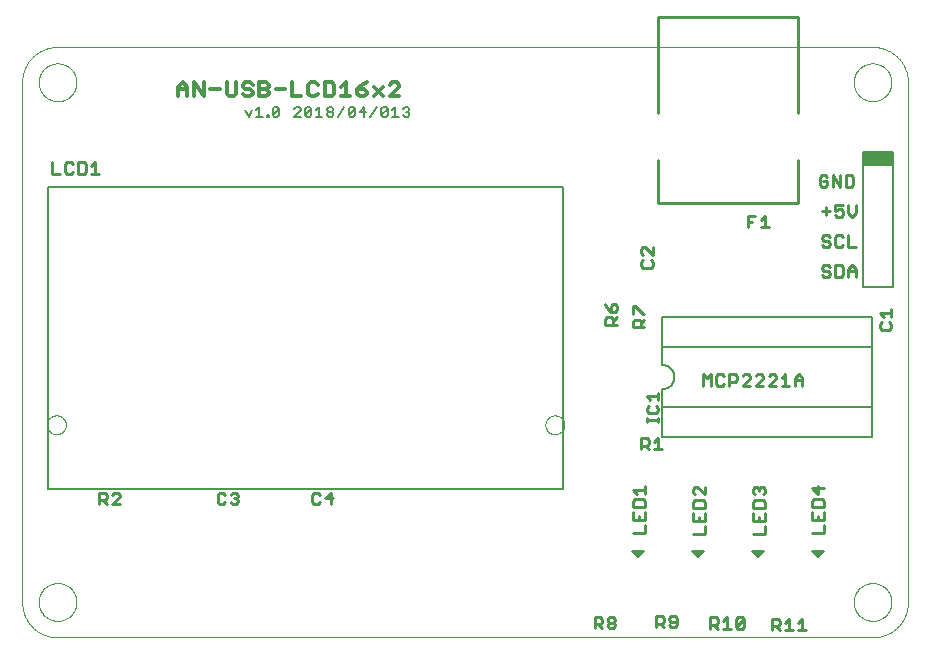
<source format=gto>
G75*
%MOIN*%
%OFA0B0*%
%FSLAX25Y25*%
%IPPOS*%
%LPD*%
%AMOC8*
5,1,8,0,0,1.08239X$1,22.5*
%
%ADD10C,0.00000*%
%ADD11C,0.00900*%
%ADD12C,0.01200*%
%ADD13C,0.00800*%
%ADD14C,0.00600*%
%ADD15C,0.01000*%
%ADD16C,0.00500*%
%ADD17C,0.00787*%
%ADD18R,0.10000X0.05000*%
D10*
X0017535Y0005724D02*
X0289189Y0005724D01*
X0282890Y0017535D02*
X0282892Y0017693D01*
X0282898Y0017851D01*
X0282908Y0018009D01*
X0282922Y0018167D01*
X0282940Y0018324D01*
X0282961Y0018481D01*
X0282987Y0018637D01*
X0283017Y0018793D01*
X0283050Y0018948D01*
X0283088Y0019101D01*
X0283129Y0019254D01*
X0283174Y0019406D01*
X0283223Y0019557D01*
X0283276Y0019706D01*
X0283332Y0019854D01*
X0283392Y0020000D01*
X0283456Y0020145D01*
X0283524Y0020288D01*
X0283595Y0020430D01*
X0283669Y0020570D01*
X0283747Y0020707D01*
X0283829Y0020843D01*
X0283913Y0020977D01*
X0284002Y0021108D01*
X0284093Y0021237D01*
X0284188Y0021364D01*
X0284285Y0021489D01*
X0284386Y0021611D01*
X0284490Y0021730D01*
X0284597Y0021847D01*
X0284707Y0021961D01*
X0284820Y0022072D01*
X0284935Y0022181D01*
X0285053Y0022286D01*
X0285174Y0022388D01*
X0285297Y0022488D01*
X0285423Y0022584D01*
X0285551Y0022677D01*
X0285681Y0022767D01*
X0285814Y0022853D01*
X0285949Y0022937D01*
X0286085Y0023016D01*
X0286224Y0023093D01*
X0286365Y0023165D01*
X0286507Y0023235D01*
X0286651Y0023300D01*
X0286797Y0023362D01*
X0286944Y0023420D01*
X0287093Y0023475D01*
X0287243Y0023526D01*
X0287394Y0023573D01*
X0287546Y0023616D01*
X0287699Y0023655D01*
X0287854Y0023691D01*
X0288009Y0023722D01*
X0288165Y0023750D01*
X0288321Y0023774D01*
X0288478Y0023794D01*
X0288636Y0023810D01*
X0288793Y0023822D01*
X0288952Y0023830D01*
X0289110Y0023834D01*
X0289268Y0023834D01*
X0289426Y0023830D01*
X0289585Y0023822D01*
X0289742Y0023810D01*
X0289900Y0023794D01*
X0290057Y0023774D01*
X0290213Y0023750D01*
X0290369Y0023722D01*
X0290524Y0023691D01*
X0290679Y0023655D01*
X0290832Y0023616D01*
X0290984Y0023573D01*
X0291135Y0023526D01*
X0291285Y0023475D01*
X0291434Y0023420D01*
X0291581Y0023362D01*
X0291727Y0023300D01*
X0291871Y0023235D01*
X0292013Y0023165D01*
X0292154Y0023093D01*
X0292293Y0023016D01*
X0292429Y0022937D01*
X0292564Y0022853D01*
X0292697Y0022767D01*
X0292827Y0022677D01*
X0292955Y0022584D01*
X0293081Y0022488D01*
X0293204Y0022388D01*
X0293325Y0022286D01*
X0293443Y0022181D01*
X0293558Y0022072D01*
X0293671Y0021961D01*
X0293781Y0021847D01*
X0293888Y0021730D01*
X0293992Y0021611D01*
X0294093Y0021489D01*
X0294190Y0021364D01*
X0294285Y0021237D01*
X0294376Y0021108D01*
X0294465Y0020977D01*
X0294549Y0020843D01*
X0294631Y0020707D01*
X0294709Y0020570D01*
X0294783Y0020430D01*
X0294854Y0020288D01*
X0294922Y0020145D01*
X0294986Y0020000D01*
X0295046Y0019854D01*
X0295102Y0019706D01*
X0295155Y0019557D01*
X0295204Y0019406D01*
X0295249Y0019254D01*
X0295290Y0019101D01*
X0295328Y0018948D01*
X0295361Y0018793D01*
X0295391Y0018637D01*
X0295417Y0018481D01*
X0295438Y0018324D01*
X0295456Y0018167D01*
X0295470Y0018009D01*
X0295480Y0017851D01*
X0295486Y0017693D01*
X0295488Y0017535D01*
X0295486Y0017377D01*
X0295480Y0017219D01*
X0295470Y0017061D01*
X0295456Y0016903D01*
X0295438Y0016746D01*
X0295417Y0016589D01*
X0295391Y0016433D01*
X0295361Y0016277D01*
X0295328Y0016122D01*
X0295290Y0015969D01*
X0295249Y0015816D01*
X0295204Y0015664D01*
X0295155Y0015513D01*
X0295102Y0015364D01*
X0295046Y0015216D01*
X0294986Y0015070D01*
X0294922Y0014925D01*
X0294854Y0014782D01*
X0294783Y0014640D01*
X0294709Y0014500D01*
X0294631Y0014363D01*
X0294549Y0014227D01*
X0294465Y0014093D01*
X0294376Y0013962D01*
X0294285Y0013833D01*
X0294190Y0013706D01*
X0294093Y0013581D01*
X0293992Y0013459D01*
X0293888Y0013340D01*
X0293781Y0013223D01*
X0293671Y0013109D01*
X0293558Y0012998D01*
X0293443Y0012889D01*
X0293325Y0012784D01*
X0293204Y0012682D01*
X0293081Y0012582D01*
X0292955Y0012486D01*
X0292827Y0012393D01*
X0292697Y0012303D01*
X0292564Y0012217D01*
X0292429Y0012133D01*
X0292293Y0012054D01*
X0292154Y0011977D01*
X0292013Y0011905D01*
X0291871Y0011835D01*
X0291727Y0011770D01*
X0291581Y0011708D01*
X0291434Y0011650D01*
X0291285Y0011595D01*
X0291135Y0011544D01*
X0290984Y0011497D01*
X0290832Y0011454D01*
X0290679Y0011415D01*
X0290524Y0011379D01*
X0290369Y0011348D01*
X0290213Y0011320D01*
X0290057Y0011296D01*
X0289900Y0011276D01*
X0289742Y0011260D01*
X0289585Y0011248D01*
X0289426Y0011240D01*
X0289268Y0011236D01*
X0289110Y0011236D01*
X0288952Y0011240D01*
X0288793Y0011248D01*
X0288636Y0011260D01*
X0288478Y0011276D01*
X0288321Y0011296D01*
X0288165Y0011320D01*
X0288009Y0011348D01*
X0287854Y0011379D01*
X0287699Y0011415D01*
X0287546Y0011454D01*
X0287394Y0011497D01*
X0287243Y0011544D01*
X0287093Y0011595D01*
X0286944Y0011650D01*
X0286797Y0011708D01*
X0286651Y0011770D01*
X0286507Y0011835D01*
X0286365Y0011905D01*
X0286224Y0011977D01*
X0286085Y0012054D01*
X0285949Y0012133D01*
X0285814Y0012217D01*
X0285681Y0012303D01*
X0285551Y0012393D01*
X0285423Y0012486D01*
X0285297Y0012582D01*
X0285174Y0012682D01*
X0285053Y0012784D01*
X0284935Y0012889D01*
X0284820Y0012998D01*
X0284707Y0013109D01*
X0284597Y0013223D01*
X0284490Y0013340D01*
X0284386Y0013459D01*
X0284285Y0013581D01*
X0284188Y0013706D01*
X0284093Y0013833D01*
X0284002Y0013962D01*
X0283913Y0014093D01*
X0283829Y0014227D01*
X0283747Y0014363D01*
X0283669Y0014500D01*
X0283595Y0014640D01*
X0283524Y0014782D01*
X0283456Y0014925D01*
X0283392Y0015070D01*
X0283332Y0015216D01*
X0283276Y0015364D01*
X0283223Y0015513D01*
X0283174Y0015664D01*
X0283129Y0015816D01*
X0283088Y0015969D01*
X0283050Y0016122D01*
X0283017Y0016277D01*
X0282987Y0016433D01*
X0282961Y0016589D01*
X0282940Y0016746D01*
X0282922Y0016903D01*
X0282908Y0017061D01*
X0282898Y0017219D01*
X0282892Y0017377D01*
X0282890Y0017535D01*
X0289189Y0005724D02*
X0289474Y0005727D01*
X0289760Y0005738D01*
X0290045Y0005755D01*
X0290329Y0005779D01*
X0290613Y0005810D01*
X0290896Y0005848D01*
X0291177Y0005893D01*
X0291458Y0005944D01*
X0291738Y0006002D01*
X0292016Y0006067D01*
X0292292Y0006139D01*
X0292566Y0006217D01*
X0292839Y0006302D01*
X0293109Y0006394D01*
X0293377Y0006492D01*
X0293643Y0006596D01*
X0293906Y0006707D01*
X0294166Y0006824D01*
X0294424Y0006947D01*
X0294678Y0007077D01*
X0294929Y0007213D01*
X0295177Y0007354D01*
X0295421Y0007502D01*
X0295662Y0007655D01*
X0295898Y0007815D01*
X0296131Y0007980D01*
X0296360Y0008150D01*
X0296585Y0008326D01*
X0296805Y0008508D01*
X0297021Y0008694D01*
X0297232Y0008886D01*
X0297439Y0009083D01*
X0297641Y0009285D01*
X0297838Y0009492D01*
X0298030Y0009703D01*
X0298216Y0009919D01*
X0298398Y0010139D01*
X0298574Y0010364D01*
X0298744Y0010593D01*
X0298909Y0010826D01*
X0299069Y0011062D01*
X0299222Y0011303D01*
X0299370Y0011547D01*
X0299511Y0011795D01*
X0299647Y0012046D01*
X0299777Y0012300D01*
X0299900Y0012558D01*
X0300017Y0012818D01*
X0300128Y0013081D01*
X0300232Y0013347D01*
X0300330Y0013615D01*
X0300422Y0013885D01*
X0300507Y0014158D01*
X0300585Y0014432D01*
X0300657Y0014708D01*
X0300722Y0014986D01*
X0300780Y0015266D01*
X0300831Y0015547D01*
X0300876Y0015828D01*
X0300914Y0016111D01*
X0300945Y0016395D01*
X0300969Y0016679D01*
X0300986Y0016964D01*
X0300997Y0017250D01*
X0301000Y0017535D01*
X0301000Y0190764D01*
X0282890Y0190764D02*
X0282892Y0190922D01*
X0282898Y0191080D01*
X0282908Y0191238D01*
X0282922Y0191396D01*
X0282940Y0191553D01*
X0282961Y0191710D01*
X0282987Y0191866D01*
X0283017Y0192022D01*
X0283050Y0192177D01*
X0283088Y0192330D01*
X0283129Y0192483D01*
X0283174Y0192635D01*
X0283223Y0192786D01*
X0283276Y0192935D01*
X0283332Y0193083D01*
X0283392Y0193229D01*
X0283456Y0193374D01*
X0283524Y0193517D01*
X0283595Y0193659D01*
X0283669Y0193799D01*
X0283747Y0193936D01*
X0283829Y0194072D01*
X0283913Y0194206D01*
X0284002Y0194337D01*
X0284093Y0194466D01*
X0284188Y0194593D01*
X0284285Y0194718D01*
X0284386Y0194840D01*
X0284490Y0194959D01*
X0284597Y0195076D01*
X0284707Y0195190D01*
X0284820Y0195301D01*
X0284935Y0195410D01*
X0285053Y0195515D01*
X0285174Y0195617D01*
X0285297Y0195717D01*
X0285423Y0195813D01*
X0285551Y0195906D01*
X0285681Y0195996D01*
X0285814Y0196082D01*
X0285949Y0196166D01*
X0286085Y0196245D01*
X0286224Y0196322D01*
X0286365Y0196394D01*
X0286507Y0196464D01*
X0286651Y0196529D01*
X0286797Y0196591D01*
X0286944Y0196649D01*
X0287093Y0196704D01*
X0287243Y0196755D01*
X0287394Y0196802D01*
X0287546Y0196845D01*
X0287699Y0196884D01*
X0287854Y0196920D01*
X0288009Y0196951D01*
X0288165Y0196979D01*
X0288321Y0197003D01*
X0288478Y0197023D01*
X0288636Y0197039D01*
X0288793Y0197051D01*
X0288952Y0197059D01*
X0289110Y0197063D01*
X0289268Y0197063D01*
X0289426Y0197059D01*
X0289585Y0197051D01*
X0289742Y0197039D01*
X0289900Y0197023D01*
X0290057Y0197003D01*
X0290213Y0196979D01*
X0290369Y0196951D01*
X0290524Y0196920D01*
X0290679Y0196884D01*
X0290832Y0196845D01*
X0290984Y0196802D01*
X0291135Y0196755D01*
X0291285Y0196704D01*
X0291434Y0196649D01*
X0291581Y0196591D01*
X0291727Y0196529D01*
X0291871Y0196464D01*
X0292013Y0196394D01*
X0292154Y0196322D01*
X0292293Y0196245D01*
X0292429Y0196166D01*
X0292564Y0196082D01*
X0292697Y0195996D01*
X0292827Y0195906D01*
X0292955Y0195813D01*
X0293081Y0195717D01*
X0293204Y0195617D01*
X0293325Y0195515D01*
X0293443Y0195410D01*
X0293558Y0195301D01*
X0293671Y0195190D01*
X0293781Y0195076D01*
X0293888Y0194959D01*
X0293992Y0194840D01*
X0294093Y0194718D01*
X0294190Y0194593D01*
X0294285Y0194466D01*
X0294376Y0194337D01*
X0294465Y0194206D01*
X0294549Y0194072D01*
X0294631Y0193936D01*
X0294709Y0193799D01*
X0294783Y0193659D01*
X0294854Y0193517D01*
X0294922Y0193374D01*
X0294986Y0193229D01*
X0295046Y0193083D01*
X0295102Y0192935D01*
X0295155Y0192786D01*
X0295204Y0192635D01*
X0295249Y0192483D01*
X0295290Y0192330D01*
X0295328Y0192177D01*
X0295361Y0192022D01*
X0295391Y0191866D01*
X0295417Y0191710D01*
X0295438Y0191553D01*
X0295456Y0191396D01*
X0295470Y0191238D01*
X0295480Y0191080D01*
X0295486Y0190922D01*
X0295488Y0190764D01*
X0295486Y0190606D01*
X0295480Y0190448D01*
X0295470Y0190290D01*
X0295456Y0190132D01*
X0295438Y0189975D01*
X0295417Y0189818D01*
X0295391Y0189662D01*
X0295361Y0189506D01*
X0295328Y0189351D01*
X0295290Y0189198D01*
X0295249Y0189045D01*
X0295204Y0188893D01*
X0295155Y0188742D01*
X0295102Y0188593D01*
X0295046Y0188445D01*
X0294986Y0188299D01*
X0294922Y0188154D01*
X0294854Y0188011D01*
X0294783Y0187869D01*
X0294709Y0187729D01*
X0294631Y0187592D01*
X0294549Y0187456D01*
X0294465Y0187322D01*
X0294376Y0187191D01*
X0294285Y0187062D01*
X0294190Y0186935D01*
X0294093Y0186810D01*
X0293992Y0186688D01*
X0293888Y0186569D01*
X0293781Y0186452D01*
X0293671Y0186338D01*
X0293558Y0186227D01*
X0293443Y0186118D01*
X0293325Y0186013D01*
X0293204Y0185911D01*
X0293081Y0185811D01*
X0292955Y0185715D01*
X0292827Y0185622D01*
X0292697Y0185532D01*
X0292564Y0185446D01*
X0292429Y0185362D01*
X0292293Y0185283D01*
X0292154Y0185206D01*
X0292013Y0185134D01*
X0291871Y0185064D01*
X0291727Y0184999D01*
X0291581Y0184937D01*
X0291434Y0184879D01*
X0291285Y0184824D01*
X0291135Y0184773D01*
X0290984Y0184726D01*
X0290832Y0184683D01*
X0290679Y0184644D01*
X0290524Y0184608D01*
X0290369Y0184577D01*
X0290213Y0184549D01*
X0290057Y0184525D01*
X0289900Y0184505D01*
X0289742Y0184489D01*
X0289585Y0184477D01*
X0289426Y0184469D01*
X0289268Y0184465D01*
X0289110Y0184465D01*
X0288952Y0184469D01*
X0288793Y0184477D01*
X0288636Y0184489D01*
X0288478Y0184505D01*
X0288321Y0184525D01*
X0288165Y0184549D01*
X0288009Y0184577D01*
X0287854Y0184608D01*
X0287699Y0184644D01*
X0287546Y0184683D01*
X0287394Y0184726D01*
X0287243Y0184773D01*
X0287093Y0184824D01*
X0286944Y0184879D01*
X0286797Y0184937D01*
X0286651Y0184999D01*
X0286507Y0185064D01*
X0286365Y0185134D01*
X0286224Y0185206D01*
X0286085Y0185283D01*
X0285949Y0185362D01*
X0285814Y0185446D01*
X0285681Y0185532D01*
X0285551Y0185622D01*
X0285423Y0185715D01*
X0285297Y0185811D01*
X0285174Y0185911D01*
X0285053Y0186013D01*
X0284935Y0186118D01*
X0284820Y0186227D01*
X0284707Y0186338D01*
X0284597Y0186452D01*
X0284490Y0186569D01*
X0284386Y0186688D01*
X0284285Y0186810D01*
X0284188Y0186935D01*
X0284093Y0187062D01*
X0284002Y0187191D01*
X0283913Y0187322D01*
X0283829Y0187456D01*
X0283747Y0187592D01*
X0283669Y0187729D01*
X0283595Y0187869D01*
X0283524Y0188011D01*
X0283456Y0188154D01*
X0283392Y0188299D01*
X0283332Y0188445D01*
X0283276Y0188593D01*
X0283223Y0188742D01*
X0283174Y0188893D01*
X0283129Y0189045D01*
X0283088Y0189198D01*
X0283050Y0189351D01*
X0283017Y0189506D01*
X0282987Y0189662D01*
X0282961Y0189818D01*
X0282940Y0189975D01*
X0282922Y0190132D01*
X0282908Y0190290D01*
X0282898Y0190448D01*
X0282892Y0190606D01*
X0282890Y0190764D01*
X0289189Y0202575D02*
X0289474Y0202572D01*
X0289760Y0202561D01*
X0290045Y0202544D01*
X0290329Y0202520D01*
X0290613Y0202489D01*
X0290896Y0202451D01*
X0291177Y0202406D01*
X0291458Y0202355D01*
X0291738Y0202297D01*
X0292016Y0202232D01*
X0292292Y0202160D01*
X0292566Y0202082D01*
X0292839Y0201997D01*
X0293109Y0201905D01*
X0293377Y0201807D01*
X0293643Y0201703D01*
X0293906Y0201592D01*
X0294166Y0201475D01*
X0294424Y0201352D01*
X0294678Y0201222D01*
X0294929Y0201086D01*
X0295177Y0200945D01*
X0295421Y0200797D01*
X0295662Y0200644D01*
X0295898Y0200484D01*
X0296131Y0200319D01*
X0296360Y0200149D01*
X0296585Y0199973D01*
X0296805Y0199791D01*
X0297021Y0199605D01*
X0297232Y0199413D01*
X0297439Y0199216D01*
X0297641Y0199014D01*
X0297838Y0198807D01*
X0298030Y0198596D01*
X0298216Y0198380D01*
X0298398Y0198160D01*
X0298574Y0197935D01*
X0298744Y0197706D01*
X0298909Y0197473D01*
X0299069Y0197237D01*
X0299222Y0196996D01*
X0299370Y0196752D01*
X0299511Y0196504D01*
X0299647Y0196253D01*
X0299777Y0195999D01*
X0299900Y0195741D01*
X0300017Y0195481D01*
X0300128Y0195218D01*
X0300232Y0194952D01*
X0300330Y0194684D01*
X0300422Y0194414D01*
X0300507Y0194141D01*
X0300585Y0193867D01*
X0300657Y0193591D01*
X0300722Y0193313D01*
X0300780Y0193033D01*
X0300831Y0192752D01*
X0300876Y0192471D01*
X0300914Y0192188D01*
X0300945Y0191904D01*
X0300969Y0191620D01*
X0300986Y0191335D01*
X0300997Y0191049D01*
X0301000Y0190764D01*
X0289189Y0202575D02*
X0017535Y0202575D01*
X0011236Y0190764D02*
X0011238Y0190922D01*
X0011244Y0191080D01*
X0011254Y0191238D01*
X0011268Y0191396D01*
X0011286Y0191553D01*
X0011307Y0191710D01*
X0011333Y0191866D01*
X0011363Y0192022D01*
X0011396Y0192177D01*
X0011434Y0192330D01*
X0011475Y0192483D01*
X0011520Y0192635D01*
X0011569Y0192786D01*
X0011622Y0192935D01*
X0011678Y0193083D01*
X0011738Y0193229D01*
X0011802Y0193374D01*
X0011870Y0193517D01*
X0011941Y0193659D01*
X0012015Y0193799D01*
X0012093Y0193936D01*
X0012175Y0194072D01*
X0012259Y0194206D01*
X0012348Y0194337D01*
X0012439Y0194466D01*
X0012534Y0194593D01*
X0012631Y0194718D01*
X0012732Y0194840D01*
X0012836Y0194959D01*
X0012943Y0195076D01*
X0013053Y0195190D01*
X0013166Y0195301D01*
X0013281Y0195410D01*
X0013399Y0195515D01*
X0013520Y0195617D01*
X0013643Y0195717D01*
X0013769Y0195813D01*
X0013897Y0195906D01*
X0014027Y0195996D01*
X0014160Y0196082D01*
X0014295Y0196166D01*
X0014431Y0196245D01*
X0014570Y0196322D01*
X0014711Y0196394D01*
X0014853Y0196464D01*
X0014997Y0196529D01*
X0015143Y0196591D01*
X0015290Y0196649D01*
X0015439Y0196704D01*
X0015589Y0196755D01*
X0015740Y0196802D01*
X0015892Y0196845D01*
X0016045Y0196884D01*
X0016200Y0196920D01*
X0016355Y0196951D01*
X0016511Y0196979D01*
X0016667Y0197003D01*
X0016824Y0197023D01*
X0016982Y0197039D01*
X0017139Y0197051D01*
X0017298Y0197059D01*
X0017456Y0197063D01*
X0017614Y0197063D01*
X0017772Y0197059D01*
X0017931Y0197051D01*
X0018088Y0197039D01*
X0018246Y0197023D01*
X0018403Y0197003D01*
X0018559Y0196979D01*
X0018715Y0196951D01*
X0018870Y0196920D01*
X0019025Y0196884D01*
X0019178Y0196845D01*
X0019330Y0196802D01*
X0019481Y0196755D01*
X0019631Y0196704D01*
X0019780Y0196649D01*
X0019927Y0196591D01*
X0020073Y0196529D01*
X0020217Y0196464D01*
X0020359Y0196394D01*
X0020500Y0196322D01*
X0020639Y0196245D01*
X0020775Y0196166D01*
X0020910Y0196082D01*
X0021043Y0195996D01*
X0021173Y0195906D01*
X0021301Y0195813D01*
X0021427Y0195717D01*
X0021550Y0195617D01*
X0021671Y0195515D01*
X0021789Y0195410D01*
X0021904Y0195301D01*
X0022017Y0195190D01*
X0022127Y0195076D01*
X0022234Y0194959D01*
X0022338Y0194840D01*
X0022439Y0194718D01*
X0022536Y0194593D01*
X0022631Y0194466D01*
X0022722Y0194337D01*
X0022811Y0194206D01*
X0022895Y0194072D01*
X0022977Y0193936D01*
X0023055Y0193799D01*
X0023129Y0193659D01*
X0023200Y0193517D01*
X0023268Y0193374D01*
X0023332Y0193229D01*
X0023392Y0193083D01*
X0023448Y0192935D01*
X0023501Y0192786D01*
X0023550Y0192635D01*
X0023595Y0192483D01*
X0023636Y0192330D01*
X0023674Y0192177D01*
X0023707Y0192022D01*
X0023737Y0191866D01*
X0023763Y0191710D01*
X0023784Y0191553D01*
X0023802Y0191396D01*
X0023816Y0191238D01*
X0023826Y0191080D01*
X0023832Y0190922D01*
X0023834Y0190764D01*
X0023832Y0190606D01*
X0023826Y0190448D01*
X0023816Y0190290D01*
X0023802Y0190132D01*
X0023784Y0189975D01*
X0023763Y0189818D01*
X0023737Y0189662D01*
X0023707Y0189506D01*
X0023674Y0189351D01*
X0023636Y0189198D01*
X0023595Y0189045D01*
X0023550Y0188893D01*
X0023501Y0188742D01*
X0023448Y0188593D01*
X0023392Y0188445D01*
X0023332Y0188299D01*
X0023268Y0188154D01*
X0023200Y0188011D01*
X0023129Y0187869D01*
X0023055Y0187729D01*
X0022977Y0187592D01*
X0022895Y0187456D01*
X0022811Y0187322D01*
X0022722Y0187191D01*
X0022631Y0187062D01*
X0022536Y0186935D01*
X0022439Y0186810D01*
X0022338Y0186688D01*
X0022234Y0186569D01*
X0022127Y0186452D01*
X0022017Y0186338D01*
X0021904Y0186227D01*
X0021789Y0186118D01*
X0021671Y0186013D01*
X0021550Y0185911D01*
X0021427Y0185811D01*
X0021301Y0185715D01*
X0021173Y0185622D01*
X0021043Y0185532D01*
X0020910Y0185446D01*
X0020775Y0185362D01*
X0020639Y0185283D01*
X0020500Y0185206D01*
X0020359Y0185134D01*
X0020217Y0185064D01*
X0020073Y0184999D01*
X0019927Y0184937D01*
X0019780Y0184879D01*
X0019631Y0184824D01*
X0019481Y0184773D01*
X0019330Y0184726D01*
X0019178Y0184683D01*
X0019025Y0184644D01*
X0018870Y0184608D01*
X0018715Y0184577D01*
X0018559Y0184549D01*
X0018403Y0184525D01*
X0018246Y0184505D01*
X0018088Y0184489D01*
X0017931Y0184477D01*
X0017772Y0184469D01*
X0017614Y0184465D01*
X0017456Y0184465D01*
X0017298Y0184469D01*
X0017139Y0184477D01*
X0016982Y0184489D01*
X0016824Y0184505D01*
X0016667Y0184525D01*
X0016511Y0184549D01*
X0016355Y0184577D01*
X0016200Y0184608D01*
X0016045Y0184644D01*
X0015892Y0184683D01*
X0015740Y0184726D01*
X0015589Y0184773D01*
X0015439Y0184824D01*
X0015290Y0184879D01*
X0015143Y0184937D01*
X0014997Y0184999D01*
X0014853Y0185064D01*
X0014711Y0185134D01*
X0014570Y0185206D01*
X0014431Y0185283D01*
X0014295Y0185362D01*
X0014160Y0185446D01*
X0014027Y0185532D01*
X0013897Y0185622D01*
X0013769Y0185715D01*
X0013643Y0185811D01*
X0013520Y0185911D01*
X0013399Y0186013D01*
X0013281Y0186118D01*
X0013166Y0186227D01*
X0013053Y0186338D01*
X0012943Y0186452D01*
X0012836Y0186569D01*
X0012732Y0186688D01*
X0012631Y0186810D01*
X0012534Y0186935D01*
X0012439Y0187062D01*
X0012348Y0187191D01*
X0012259Y0187322D01*
X0012175Y0187456D01*
X0012093Y0187592D01*
X0012015Y0187729D01*
X0011941Y0187869D01*
X0011870Y0188011D01*
X0011802Y0188154D01*
X0011738Y0188299D01*
X0011678Y0188445D01*
X0011622Y0188593D01*
X0011569Y0188742D01*
X0011520Y0188893D01*
X0011475Y0189045D01*
X0011434Y0189198D01*
X0011396Y0189351D01*
X0011363Y0189506D01*
X0011333Y0189662D01*
X0011307Y0189818D01*
X0011286Y0189975D01*
X0011268Y0190132D01*
X0011254Y0190290D01*
X0011244Y0190448D01*
X0011238Y0190606D01*
X0011236Y0190764D01*
X0005724Y0190764D02*
X0005724Y0017535D01*
X0011236Y0017535D02*
X0011238Y0017693D01*
X0011244Y0017851D01*
X0011254Y0018009D01*
X0011268Y0018167D01*
X0011286Y0018324D01*
X0011307Y0018481D01*
X0011333Y0018637D01*
X0011363Y0018793D01*
X0011396Y0018948D01*
X0011434Y0019101D01*
X0011475Y0019254D01*
X0011520Y0019406D01*
X0011569Y0019557D01*
X0011622Y0019706D01*
X0011678Y0019854D01*
X0011738Y0020000D01*
X0011802Y0020145D01*
X0011870Y0020288D01*
X0011941Y0020430D01*
X0012015Y0020570D01*
X0012093Y0020707D01*
X0012175Y0020843D01*
X0012259Y0020977D01*
X0012348Y0021108D01*
X0012439Y0021237D01*
X0012534Y0021364D01*
X0012631Y0021489D01*
X0012732Y0021611D01*
X0012836Y0021730D01*
X0012943Y0021847D01*
X0013053Y0021961D01*
X0013166Y0022072D01*
X0013281Y0022181D01*
X0013399Y0022286D01*
X0013520Y0022388D01*
X0013643Y0022488D01*
X0013769Y0022584D01*
X0013897Y0022677D01*
X0014027Y0022767D01*
X0014160Y0022853D01*
X0014295Y0022937D01*
X0014431Y0023016D01*
X0014570Y0023093D01*
X0014711Y0023165D01*
X0014853Y0023235D01*
X0014997Y0023300D01*
X0015143Y0023362D01*
X0015290Y0023420D01*
X0015439Y0023475D01*
X0015589Y0023526D01*
X0015740Y0023573D01*
X0015892Y0023616D01*
X0016045Y0023655D01*
X0016200Y0023691D01*
X0016355Y0023722D01*
X0016511Y0023750D01*
X0016667Y0023774D01*
X0016824Y0023794D01*
X0016982Y0023810D01*
X0017139Y0023822D01*
X0017298Y0023830D01*
X0017456Y0023834D01*
X0017614Y0023834D01*
X0017772Y0023830D01*
X0017931Y0023822D01*
X0018088Y0023810D01*
X0018246Y0023794D01*
X0018403Y0023774D01*
X0018559Y0023750D01*
X0018715Y0023722D01*
X0018870Y0023691D01*
X0019025Y0023655D01*
X0019178Y0023616D01*
X0019330Y0023573D01*
X0019481Y0023526D01*
X0019631Y0023475D01*
X0019780Y0023420D01*
X0019927Y0023362D01*
X0020073Y0023300D01*
X0020217Y0023235D01*
X0020359Y0023165D01*
X0020500Y0023093D01*
X0020639Y0023016D01*
X0020775Y0022937D01*
X0020910Y0022853D01*
X0021043Y0022767D01*
X0021173Y0022677D01*
X0021301Y0022584D01*
X0021427Y0022488D01*
X0021550Y0022388D01*
X0021671Y0022286D01*
X0021789Y0022181D01*
X0021904Y0022072D01*
X0022017Y0021961D01*
X0022127Y0021847D01*
X0022234Y0021730D01*
X0022338Y0021611D01*
X0022439Y0021489D01*
X0022536Y0021364D01*
X0022631Y0021237D01*
X0022722Y0021108D01*
X0022811Y0020977D01*
X0022895Y0020843D01*
X0022977Y0020707D01*
X0023055Y0020570D01*
X0023129Y0020430D01*
X0023200Y0020288D01*
X0023268Y0020145D01*
X0023332Y0020000D01*
X0023392Y0019854D01*
X0023448Y0019706D01*
X0023501Y0019557D01*
X0023550Y0019406D01*
X0023595Y0019254D01*
X0023636Y0019101D01*
X0023674Y0018948D01*
X0023707Y0018793D01*
X0023737Y0018637D01*
X0023763Y0018481D01*
X0023784Y0018324D01*
X0023802Y0018167D01*
X0023816Y0018009D01*
X0023826Y0017851D01*
X0023832Y0017693D01*
X0023834Y0017535D01*
X0023832Y0017377D01*
X0023826Y0017219D01*
X0023816Y0017061D01*
X0023802Y0016903D01*
X0023784Y0016746D01*
X0023763Y0016589D01*
X0023737Y0016433D01*
X0023707Y0016277D01*
X0023674Y0016122D01*
X0023636Y0015969D01*
X0023595Y0015816D01*
X0023550Y0015664D01*
X0023501Y0015513D01*
X0023448Y0015364D01*
X0023392Y0015216D01*
X0023332Y0015070D01*
X0023268Y0014925D01*
X0023200Y0014782D01*
X0023129Y0014640D01*
X0023055Y0014500D01*
X0022977Y0014363D01*
X0022895Y0014227D01*
X0022811Y0014093D01*
X0022722Y0013962D01*
X0022631Y0013833D01*
X0022536Y0013706D01*
X0022439Y0013581D01*
X0022338Y0013459D01*
X0022234Y0013340D01*
X0022127Y0013223D01*
X0022017Y0013109D01*
X0021904Y0012998D01*
X0021789Y0012889D01*
X0021671Y0012784D01*
X0021550Y0012682D01*
X0021427Y0012582D01*
X0021301Y0012486D01*
X0021173Y0012393D01*
X0021043Y0012303D01*
X0020910Y0012217D01*
X0020775Y0012133D01*
X0020639Y0012054D01*
X0020500Y0011977D01*
X0020359Y0011905D01*
X0020217Y0011835D01*
X0020073Y0011770D01*
X0019927Y0011708D01*
X0019780Y0011650D01*
X0019631Y0011595D01*
X0019481Y0011544D01*
X0019330Y0011497D01*
X0019178Y0011454D01*
X0019025Y0011415D01*
X0018870Y0011379D01*
X0018715Y0011348D01*
X0018559Y0011320D01*
X0018403Y0011296D01*
X0018246Y0011276D01*
X0018088Y0011260D01*
X0017931Y0011248D01*
X0017772Y0011240D01*
X0017614Y0011236D01*
X0017456Y0011236D01*
X0017298Y0011240D01*
X0017139Y0011248D01*
X0016982Y0011260D01*
X0016824Y0011276D01*
X0016667Y0011296D01*
X0016511Y0011320D01*
X0016355Y0011348D01*
X0016200Y0011379D01*
X0016045Y0011415D01*
X0015892Y0011454D01*
X0015740Y0011497D01*
X0015589Y0011544D01*
X0015439Y0011595D01*
X0015290Y0011650D01*
X0015143Y0011708D01*
X0014997Y0011770D01*
X0014853Y0011835D01*
X0014711Y0011905D01*
X0014570Y0011977D01*
X0014431Y0012054D01*
X0014295Y0012133D01*
X0014160Y0012217D01*
X0014027Y0012303D01*
X0013897Y0012393D01*
X0013769Y0012486D01*
X0013643Y0012582D01*
X0013520Y0012682D01*
X0013399Y0012784D01*
X0013281Y0012889D01*
X0013166Y0012998D01*
X0013053Y0013109D01*
X0012943Y0013223D01*
X0012836Y0013340D01*
X0012732Y0013459D01*
X0012631Y0013581D01*
X0012534Y0013706D01*
X0012439Y0013833D01*
X0012348Y0013962D01*
X0012259Y0014093D01*
X0012175Y0014227D01*
X0012093Y0014363D01*
X0012015Y0014500D01*
X0011941Y0014640D01*
X0011870Y0014782D01*
X0011802Y0014925D01*
X0011738Y0015070D01*
X0011678Y0015216D01*
X0011622Y0015364D01*
X0011569Y0015513D01*
X0011520Y0015664D01*
X0011475Y0015816D01*
X0011434Y0015969D01*
X0011396Y0016122D01*
X0011363Y0016277D01*
X0011333Y0016433D01*
X0011307Y0016589D01*
X0011286Y0016746D01*
X0011268Y0016903D01*
X0011254Y0017061D01*
X0011244Y0017219D01*
X0011238Y0017377D01*
X0011236Y0017535D01*
X0005724Y0017535D02*
X0005727Y0017250D01*
X0005738Y0016964D01*
X0005755Y0016679D01*
X0005779Y0016395D01*
X0005810Y0016111D01*
X0005848Y0015828D01*
X0005893Y0015547D01*
X0005944Y0015266D01*
X0006002Y0014986D01*
X0006067Y0014708D01*
X0006139Y0014432D01*
X0006217Y0014158D01*
X0006302Y0013885D01*
X0006394Y0013615D01*
X0006492Y0013347D01*
X0006596Y0013081D01*
X0006707Y0012818D01*
X0006824Y0012558D01*
X0006947Y0012300D01*
X0007077Y0012046D01*
X0007213Y0011795D01*
X0007354Y0011547D01*
X0007502Y0011303D01*
X0007655Y0011062D01*
X0007815Y0010826D01*
X0007980Y0010593D01*
X0008150Y0010364D01*
X0008326Y0010139D01*
X0008508Y0009919D01*
X0008694Y0009703D01*
X0008886Y0009492D01*
X0009083Y0009285D01*
X0009285Y0009083D01*
X0009492Y0008886D01*
X0009703Y0008694D01*
X0009919Y0008508D01*
X0010139Y0008326D01*
X0010364Y0008150D01*
X0010593Y0007980D01*
X0010826Y0007815D01*
X0011062Y0007655D01*
X0011303Y0007502D01*
X0011547Y0007354D01*
X0011795Y0007213D01*
X0012046Y0007077D01*
X0012300Y0006947D01*
X0012558Y0006824D01*
X0012818Y0006707D01*
X0013081Y0006596D01*
X0013347Y0006492D01*
X0013615Y0006394D01*
X0013885Y0006302D01*
X0014158Y0006217D01*
X0014432Y0006139D01*
X0014708Y0006067D01*
X0014986Y0006002D01*
X0015266Y0005944D01*
X0015547Y0005893D01*
X0015828Y0005848D01*
X0016111Y0005810D01*
X0016395Y0005779D01*
X0016679Y0005755D01*
X0016964Y0005738D01*
X0017250Y0005727D01*
X0017535Y0005724D01*
X0013992Y0076591D02*
X0013994Y0076703D01*
X0014000Y0076814D01*
X0014010Y0076926D01*
X0014024Y0077037D01*
X0014041Y0077147D01*
X0014063Y0077257D01*
X0014089Y0077366D01*
X0014118Y0077474D01*
X0014151Y0077580D01*
X0014188Y0077686D01*
X0014229Y0077790D01*
X0014274Y0077893D01*
X0014322Y0077994D01*
X0014373Y0078093D01*
X0014428Y0078190D01*
X0014487Y0078285D01*
X0014548Y0078379D01*
X0014613Y0078470D01*
X0014682Y0078558D01*
X0014753Y0078644D01*
X0014827Y0078728D01*
X0014905Y0078808D01*
X0014985Y0078886D01*
X0015068Y0078962D01*
X0015153Y0079034D01*
X0015241Y0079103D01*
X0015331Y0079169D01*
X0015424Y0079231D01*
X0015519Y0079291D01*
X0015616Y0079347D01*
X0015714Y0079399D01*
X0015815Y0079448D01*
X0015917Y0079493D01*
X0016021Y0079535D01*
X0016126Y0079573D01*
X0016233Y0079607D01*
X0016340Y0079637D01*
X0016449Y0079664D01*
X0016558Y0079686D01*
X0016669Y0079705D01*
X0016779Y0079720D01*
X0016891Y0079731D01*
X0017002Y0079738D01*
X0017114Y0079741D01*
X0017226Y0079740D01*
X0017338Y0079735D01*
X0017449Y0079726D01*
X0017560Y0079713D01*
X0017671Y0079696D01*
X0017781Y0079676D01*
X0017890Y0079651D01*
X0017998Y0079623D01*
X0018105Y0079590D01*
X0018211Y0079554D01*
X0018315Y0079514D01*
X0018418Y0079471D01*
X0018520Y0079424D01*
X0018619Y0079373D01*
X0018717Y0079319D01*
X0018813Y0079261D01*
X0018907Y0079200D01*
X0018998Y0079136D01*
X0019087Y0079069D01*
X0019174Y0078998D01*
X0019258Y0078924D01*
X0019340Y0078848D01*
X0019418Y0078768D01*
X0019494Y0078686D01*
X0019567Y0078601D01*
X0019637Y0078514D01*
X0019703Y0078424D01*
X0019767Y0078332D01*
X0019827Y0078238D01*
X0019884Y0078142D01*
X0019937Y0078043D01*
X0019987Y0077943D01*
X0020033Y0077842D01*
X0020076Y0077738D01*
X0020115Y0077633D01*
X0020150Y0077527D01*
X0020181Y0077420D01*
X0020209Y0077311D01*
X0020232Y0077202D01*
X0020252Y0077092D01*
X0020268Y0076981D01*
X0020280Y0076870D01*
X0020288Y0076759D01*
X0020292Y0076647D01*
X0020292Y0076535D01*
X0020288Y0076423D01*
X0020280Y0076312D01*
X0020268Y0076201D01*
X0020252Y0076090D01*
X0020232Y0075980D01*
X0020209Y0075871D01*
X0020181Y0075762D01*
X0020150Y0075655D01*
X0020115Y0075549D01*
X0020076Y0075444D01*
X0020033Y0075340D01*
X0019987Y0075239D01*
X0019937Y0075139D01*
X0019884Y0075040D01*
X0019827Y0074944D01*
X0019767Y0074850D01*
X0019703Y0074758D01*
X0019637Y0074668D01*
X0019567Y0074581D01*
X0019494Y0074496D01*
X0019418Y0074414D01*
X0019340Y0074334D01*
X0019258Y0074258D01*
X0019174Y0074184D01*
X0019087Y0074113D01*
X0018998Y0074046D01*
X0018907Y0073982D01*
X0018813Y0073921D01*
X0018717Y0073863D01*
X0018619Y0073809D01*
X0018520Y0073758D01*
X0018418Y0073711D01*
X0018315Y0073668D01*
X0018211Y0073628D01*
X0018105Y0073592D01*
X0017998Y0073559D01*
X0017890Y0073531D01*
X0017781Y0073506D01*
X0017671Y0073486D01*
X0017560Y0073469D01*
X0017449Y0073456D01*
X0017338Y0073447D01*
X0017226Y0073442D01*
X0017114Y0073441D01*
X0017002Y0073444D01*
X0016891Y0073451D01*
X0016779Y0073462D01*
X0016669Y0073477D01*
X0016558Y0073496D01*
X0016449Y0073518D01*
X0016340Y0073545D01*
X0016233Y0073575D01*
X0016126Y0073609D01*
X0016021Y0073647D01*
X0015917Y0073689D01*
X0015815Y0073734D01*
X0015714Y0073783D01*
X0015616Y0073835D01*
X0015519Y0073891D01*
X0015424Y0073951D01*
X0015331Y0074013D01*
X0015241Y0074079D01*
X0015153Y0074148D01*
X0015068Y0074220D01*
X0014985Y0074296D01*
X0014905Y0074374D01*
X0014827Y0074454D01*
X0014753Y0074538D01*
X0014682Y0074624D01*
X0014613Y0074712D01*
X0014548Y0074803D01*
X0014487Y0074897D01*
X0014428Y0074992D01*
X0014373Y0075089D01*
X0014322Y0075188D01*
X0014274Y0075289D01*
X0014229Y0075392D01*
X0014188Y0075496D01*
X0014151Y0075602D01*
X0014118Y0075708D01*
X0014089Y0075816D01*
X0014063Y0075925D01*
X0014041Y0076035D01*
X0014024Y0076145D01*
X0014010Y0076256D01*
X0014000Y0076368D01*
X0013994Y0076479D01*
X0013992Y0076591D01*
X0005724Y0190764D02*
X0005727Y0191049D01*
X0005738Y0191335D01*
X0005755Y0191620D01*
X0005779Y0191904D01*
X0005810Y0192188D01*
X0005848Y0192471D01*
X0005893Y0192752D01*
X0005944Y0193033D01*
X0006002Y0193313D01*
X0006067Y0193591D01*
X0006139Y0193867D01*
X0006217Y0194141D01*
X0006302Y0194414D01*
X0006394Y0194684D01*
X0006492Y0194952D01*
X0006596Y0195218D01*
X0006707Y0195481D01*
X0006824Y0195741D01*
X0006947Y0195999D01*
X0007077Y0196253D01*
X0007213Y0196504D01*
X0007354Y0196752D01*
X0007502Y0196996D01*
X0007655Y0197237D01*
X0007815Y0197473D01*
X0007980Y0197706D01*
X0008150Y0197935D01*
X0008326Y0198160D01*
X0008508Y0198380D01*
X0008694Y0198596D01*
X0008886Y0198807D01*
X0009083Y0199014D01*
X0009285Y0199216D01*
X0009492Y0199413D01*
X0009703Y0199605D01*
X0009919Y0199791D01*
X0010139Y0199973D01*
X0010364Y0200149D01*
X0010593Y0200319D01*
X0010826Y0200484D01*
X0011062Y0200644D01*
X0011303Y0200797D01*
X0011547Y0200945D01*
X0011795Y0201086D01*
X0012046Y0201222D01*
X0012300Y0201352D01*
X0012558Y0201475D01*
X0012818Y0201592D01*
X0013081Y0201703D01*
X0013347Y0201807D01*
X0013615Y0201905D01*
X0013885Y0201997D01*
X0014158Y0202082D01*
X0014432Y0202160D01*
X0014708Y0202232D01*
X0014986Y0202297D01*
X0015266Y0202355D01*
X0015547Y0202406D01*
X0015828Y0202451D01*
X0016111Y0202489D01*
X0016395Y0202520D01*
X0016679Y0202544D01*
X0016964Y0202561D01*
X0017250Y0202572D01*
X0017535Y0202575D01*
X0180133Y0076591D02*
X0180135Y0076703D01*
X0180141Y0076814D01*
X0180151Y0076926D01*
X0180165Y0077037D01*
X0180182Y0077147D01*
X0180204Y0077257D01*
X0180230Y0077366D01*
X0180259Y0077474D01*
X0180292Y0077580D01*
X0180329Y0077686D01*
X0180370Y0077790D01*
X0180415Y0077893D01*
X0180463Y0077994D01*
X0180514Y0078093D01*
X0180569Y0078190D01*
X0180628Y0078285D01*
X0180689Y0078379D01*
X0180754Y0078470D01*
X0180823Y0078558D01*
X0180894Y0078644D01*
X0180968Y0078728D01*
X0181046Y0078808D01*
X0181126Y0078886D01*
X0181209Y0078962D01*
X0181294Y0079034D01*
X0181382Y0079103D01*
X0181472Y0079169D01*
X0181565Y0079231D01*
X0181660Y0079291D01*
X0181757Y0079347D01*
X0181855Y0079399D01*
X0181956Y0079448D01*
X0182058Y0079493D01*
X0182162Y0079535D01*
X0182267Y0079573D01*
X0182374Y0079607D01*
X0182481Y0079637D01*
X0182590Y0079664D01*
X0182699Y0079686D01*
X0182810Y0079705D01*
X0182920Y0079720D01*
X0183032Y0079731D01*
X0183143Y0079738D01*
X0183255Y0079741D01*
X0183367Y0079740D01*
X0183479Y0079735D01*
X0183590Y0079726D01*
X0183701Y0079713D01*
X0183812Y0079696D01*
X0183922Y0079676D01*
X0184031Y0079651D01*
X0184139Y0079623D01*
X0184246Y0079590D01*
X0184352Y0079554D01*
X0184456Y0079514D01*
X0184559Y0079471D01*
X0184661Y0079424D01*
X0184760Y0079373D01*
X0184858Y0079319D01*
X0184954Y0079261D01*
X0185048Y0079200D01*
X0185139Y0079136D01*
X0185228Y0079069D01*
X0185315Y0078998D01*
X0185399Y0078924D01*
X0185481Y0078848D01*
X0185559Y0078768D01*
X0185635Y0078686D01*
X0185708Y0078601D01*
X0185778Y0078514D01*
X0185844Y0078424D01*
X0185908Y0078332D01*
X0185968Y0078238D01*
X0186025Y0078142D01*
X0186078Y0078043D01*
X0186128Y0077943D01*
X0186174Y0077842D01*
X0186217Y0077738D01*
X0186256Y0077633D01*
X0186291Y0077527D01*
X0186322Y0077420D01*
X0186350Y0077311D01*
X0186373Y0077202D01*
X0186393Y0077092D01*
X0186409Y0076981D01*
X0186421Y0076870D01*
X0186429Y0076759D01*
X0186433Y0076647D01*
X0186433Y0076535D01*
X0186429Y0076423D01*
X0186421Y0076312D01*
X0186409Y0076201D01*
X0186393Y0076090D01*
X0186373Y0075980D01*
X0186350Y0075871D01*
X0186322Y0075762D01*
X0186291Y0075655D01*
X0186256Y0075549D01*
X0186217Y0075444D01*
X0186174Y0075340D01*
X0186128Y0075239D01*
X0186078Y0075139D01*
X0186025Y0075040D01*
X0185968Y0074944D01*
X0185908Y0074850D01*
X0185844Y0074758D01*
X0185778Y0074668D01*
X0185708Y0074581D01*
X0185635Y0074496D01*
X0185559Y0074414D01*
X0185481Y0074334D01*
X0185399Y0074258D01*
X0185315Y0074184D01*
X0185228Y0074113D01*
X0185139Y0074046D01*
X0185048Y0073982D01*
X0184954Y0073921D01*
X0184858Y0073863D01*
X0184760Y0073809D01*
X0184661Y0073758D01*
X0184559Y0073711D01*
X0184456Y0073668D01*
X0184352Y0073628D01*
X0184246Y0073592D01*
X0184139Y0073559D01*
X0184031Y0073531D01*
X0183922Y0073506D01*
X0183812Y0073486D01*
X0183701Y0073469D01*
X0183590Y0073456D01*
X0183479Y0073447D01*
X0183367Y0073442D01*
X0183255Y0073441D01*
X0183143Y0073444D01*
X0183032Y0073451D01*
X0182920Y0073462D01*
X0182810Y0073477D01*
X0182699Y0073496D01*
X0182590Y0073518D01*
X0182481Y0073545D01*
X0182374Y0073575D01*
X0182267Y0073609D01*
X0182162Y0073647D01*
X0182058Y0073689D01*
X0181956Y0073734D01*
X0181855Y0073783D01*
X0181757Y0073835D01*
X0181660Y0073891D01*
X0181565Y0073951D01*
X0181472Y0074013D01*
X0181382Y0074079D01*
X0181294Y0074148D01*
X0181209Y0074220D01*
X0181126Y0074296D01*
X0181046Y0074374D01*
X0180968Y0074454D01*
X0180894Y0074538D01*
X0180823Y0074624D01*
X0180754Y0074712D01*
X0180689Y0074803D01*
X0180628Y0074897D01*
X0180569Y0074992D01*
X0180514Y0075089D01*
X0180463Y0075188D01*
X0180415Y0075289D01*
X0180370Y0075392D01*
X0180329Y0075496D01*
X0180292Y0075602D01*
X0180259Y0075708D01*
X0180230Y0075816D01*
X0180204Y0075925D01*
X0180182Y0076035D01*
X0180165Y0076145D01*
X0180151Y0076256D01*
X0180141Y0076368D01*
X0180135Y0076479D01*
X0180133Y0076591D01*
D11*
X0212139Y0072226D02*
X0212139Y0068399D01*
X0212139Y0069675D02*
X0214053Y0069675D01*
X0214691Y0070313D01*
X0214691Y0071589D01*
X0214053Y0072226D01*
X0212139Y0072226D01*
X0213415Y0069675D02*
X0214691Y0068399D01*
X0216490Y0068399D02*
X0219041Y0068399D01*
X0217765Y0068399D02*
X0217765Y0072226D01*
X0216490Y0070951D01*
X0217700Y0077525D02*
X0217700Y0078801D01*
X0217700Y0078163D02*
X0213872Y0078163D01*
X0213872Y0077525D02*
X0213872Y0078801D01*
X0214510Y0080425D02*
X0217062Y0080425D01*
X0217700Y0081063D01*
X0217700Y0082339D01*
X0217062Y0082977D01*
X0217700Y0084775D02*
X0217700Y0087327D01*
X0217700Y0086051D02*
X0213872Y0086051D01*
X0215148Y0084775D01*
X0214510Y0082977D02*
X0213872Y0082339D01*
X0213872Y0081063D01*
X0214510Y0080425D01*
X0232790Y0089639D02*
X0232790Y0093467D01*
X0234066Y0092191D01*
X0235342Y0093467D01*
X0235342Y0089639D01*
X0237141Y0090277D02*
X0237778Y0089639D01*
X0239054Y0089639D01*
X0239692Y0090277D01*
X0241491Y0090915D02*
X0243405Y0090915D01*
X0244042Y0091553D01*
X0244042Y0092829D01*
X0243405Y0093467D01*
X0241491Y0093467D01*
X0241491Y0089639D01*
X0245841Y0089639D02*
X0248393Y0092191D01*
X0248393Y0092829D01*
X0247755Y0093467D01*
X0246479Y0093467D01*
X0245841Y0092829D01*
X0245841Y0089639D02*
X0248393Y0089639D01*
X0250191Y0089639D02*
X0252743Y0092191D01*
X0252743Y0092829D01*
X0252105Y0093467D01*
X0250829Y0093467D01*
X0250191Y0092829D01*
X0254541Y0092829D02*
X0255179Y0093467D01*
X0256455Y0093467D01*
X0257093Y0092829D01*
X0257093Y0092191D01*
X0254541Y0089639D01*
X0257093Y0089639D01*
X0258891Y0089639D02*
X0261443Y0089639D01*
X0260167Y0089639D02*
X0260167Y0093467D01*
X0258891Y0092191D01*
X0263242Y0092191D02*
X0263242Y0089639D01*
X0263242Y0091553D02*
X0265793Y0091553D01*
X0265793Y0092191D02*
X0264517Y0093467D01*
X0263242Y0092191D01*
X0265793Y0092191D02*
X0265793Y0089639D01*
X0252743Y0089639D02*
X0250191Y0089639D01*
X0239692Y0092829D02*
X0239054Y0093467D01*
X0237778Y0093467D01*
X0237141Y0092829D01*
X0237141Y0090277D01*
X0213148Y0109147D02*
X0209321Y0109147D01*
X0209321Y0111061D01*
X0209959Y0111699D01*
X0211235Y0111699D01*
X0211873Y0111061D01*
X0211873Y0109147D01*
X0211873Y0110423D02*
X0213148Y0111699D01*
X0213148Y0113497D02*
X0212510Y0113497D01*
X0209959Y0116049D01*
X0209321Y0116049D01*
X0209321Y0113497D01*
X0203936Y0112486D02*
X0202660Y0111210D01*
X0202660Y0111848D02*
X0202660Y0109934D01*
X0203936Y0109934D02*
X0200108Y0109934D01*
X0200108Y0111848D01*
X0200746Y0112486D01*
X0202022Y0112486D01*
X0202660Y0111848D01*
X0203298Y0114284D02*
X0203936Y0114922D01*
X0203936Y0116198D01*
X0203298Y0116836D01*
X0202660Y0116836D01*
X0202022Y0116198D01*
X0202022Y0114284D01*
X0203298Y0114284D01*
X0202022Y0114284D02*
X0200746Y0115560D01*
X0200108Y0116836D01*
X0212734Y0128824D02*
X0215286Y0128824D01*
X0215924Y0129462D01*
X0215924Y0130738D01*
X0215286Y0131376D01*
X0215924Y0133175D02*
X0213372Y0135726D01*
X0212734Y0135726D01*
X0212096Y0135088D01*
X0212096Y0133813D01*
X0212734Y0133175D01*
X0212734Y0131376D02*
X0212096Y0130738D01*
X0212096Y0129462D01*
X0212734Y0128824D01*
X0215924Y0133175D02*
X0215924Y0135726D01*
X0247612Y0142438D02*
X0247612Y0146266D01*
X0250164Y0146266D01*
X0251962Y0144990D02*
X0253238Y0146266D01*
X0253238Y0142438D01*
X0251962Y0142438D02*
X0254514Y0142438D01*
X0248888Y0144352D02*
X0247612Y0144352D01*
X0272336Y0147852D02*
X0274888Y0147852D01*
X0276687Y0147852D02*
X0277963Y0148490D01*
X0278600Y0148490D01*
X0279238Y0147852D01*
X0279238Y0146576D01*
X0278600Y0145938D01*
X0277325Y0145938D01*
X0276687Y0146576D01*
X0276687Y0147852D02*
X0276687Y0149766D01*
X0279238Y0149766D01*
X0281037Y0149766D02*
X0281037Y0147214D01*
X0282313Y0145938D01*
X0283589Y0147214D01*
X0283589Y0149766D01*
X0282163Y0155938D02*
X0280249Y0155938D01*
X0280249Y0159766D01*
X0282163Y0159766D01*
X0282801Y0159128D01*
X0282801Y0156576D01*
X0282163Y0155938D01*
X0278451Y0155938D02*
X0278451Y0159766D01*
X0275899Y0159766D02*
X0278451Y0155938D01*
X0275899Y0155938D02*
X0275899Y0159766D01*
X0274101Y0159128D02*
X0273463Y0159766D01*
X0272187Y0159766D01*
X0271549Y0159128D01*
X0271549Y0156576D01*
X0272187Y0155938D01*
X0273463Y0155938D01*
X0274101Y0156576D01*
X0274101Y0157852D01*
X0272825Y0157852D01*
X0273612Y0149128D02*
X0273612Y0146576D01*
X0272974Y0139766D02*
X0272336Y0139128D01*
X0272336Y0138490D01*
X0272974Y0137852D01*
X0274250Y0137852D01*
X0274888Y0137214D01*
X0274888Y0136576D01*
X0274250Y0135938D01*
X0272974Y0135938D01*
X0272336Y0136576D01*
X0276687Y0136576D02*
X0277325Y0135938D01*
X0278600Y0135938D01*
X0279238Y0136576D01*
X0281037Y0135938D02*
X0283589Y0135938D01*
X0281037Y0135938D02*
X0281037Y0139766D01*
X0279238Y0139128D02*
X0278600Y0139766D01*
X0277325Y0139766D01*
X0276687Y0139128D01*
X0276687Y0136576D01*
X0274888Y0139128D02*
X0274250Y0139766D01*
X0272974Y0139766D01*
X0272974Y0129766D02*
X0272336Y0129128D01*
X0272336Y0128490D01*
X0272974Y0127852D01*
X0274250Y0127852D01*
X0274888Y0127214D01*
X0274888Y0126576D01*
X0274250Y0125938D01*
X0272974Y0125938D01*
X0272336Y0126576D01*
X0272974Y0129766D02*
X0274250Y0129766D01*
X0274888Y0129128D01*
X0276687Y0129766D02*
X0278600Y0129766D01*
X0279238Y0129128D01*
X0279238Y0126576D01*
X0278600Y0125938D01*
X0276687Y0125938D01*
X0276687Y0129766D01*
X0281037Y0128490D02*
X0281037Y0125938D01*
X0281037Y0127852D02*
X0283589Y0127852D01*
X0283589Y0128490D02*
X0283589Y0125938D01*
X0283589Y0128490D02*
X0282313Y0129766D01*
X0281037Y0128490D01*
X0291624Y0113789D02*
X0295452Y0113789D01*
X0295452Y0112513D02*
X0295452Y0115065D01*
X0292900Y0112513D02*
X0291624Y0113789D01*
X0292262Y0110714D02*
X0291624Y0110076D01*
X0291624Y0108801D01*
X0292262Y0108163D01*
X0294814Y0108163D01*
X0295452Y0108801D01*
X0295452Y0110076D01*
X0294814Y0110714D01*
X0271061Y0056148D02*
X0271061Y0053596D01*
X0269148Y0055510D01*
X0272975Y0055510D01*
X0272337Y0051798D02*
X0269785Y0051798D01*
X0269148Y0051160D01*
X0269148Y0049246D01*
X0272975Y0049246D01*
X0272975Y0051160D01*
X0272337Y0051798D01*
X0272975Y0047447D02*
X0272975Y0044896D01*
X0269148Y0044896D01*
X0269148Y0047447D01*
X0271061Y0046171D02*
X0271061Y0044896D01*
X0272975Y0043097D02*
X0272975Y0040545D01*
X0269148Y0040545D01*
X0253188Y0040333D02*
X0253188Y0042885D01*
X0253188Y0044683D02*
X0253188Y0047235D01*
X0253188Y0049033D02*
X0253188Y0050947D01*
X0252550Y0051585D01*
X0249998Y0051585D01*
X0249360Y0050947D01*
X0249360Y0049033D01*
X0253188Y0049033D01*
X0251274Y0045959D02*
X0251274Y0044683D01*
X0249360Y0044683D02*
X0253188Y0044683D01*
X0249360Y0044683D02*
X0249360Y0047235D01*
X0249998Y0053383D02*
X0249360Y0054021D01*
X0249360Y0055297D01*
X0249998Y0055935D01*
X0250636Y0055935D01*
X0251274Y0055297D01*
X0251912Y0055935D01*
X0252550Y0055935D01*
X0253188Y0055297D01*
X0253188Y0054021D01*
X0252550Y0053383D01*
X0251274Y0054659D02*
X0251274Y0055297D01*
X0233188Y0055935D02*
X0233188Y0053383D01*
X0230636Y0055935D01*
X0229998Y0055935D01*
X0229360Y0055297D01*
X0229360Y0054021D01*
X0229998Y0053383D01*
X0229998Y0051585D02*
X0229360Y0050947D01*
X0229360Y0049033D01*
X0233188Y0049033D01*
X0233188Y0050947D01*
X0232550Y0051585D01*
X0229998Y0051585D01*
X0229360Y0047235D02*
X0229360Y0044683D01*
X0233188Y0044683D01*
X0233188Y0047235D01*
X0231274Y0045959D02*
X0231274Y0044683D01*
X0233188Y0042885D02*
X0233188Y0040333D01*
X0229360Y0040333D01*
X0213188Y0040545D02*
X0213188Y0043097D01*
X0213188Y0044896D02*
X0213188Y0047447D01*
X0213188Y0049246D02*
X0213188Y0051160D01*
X0212550Y0051798D01*
X0209998Y0051798D01*
X0209360Y0051160D01*
X0209360Y0049246D01*
X0213188Y0049246D01*
X0211274Y0046171D02*
X0211274Y0044896D01*
X0209360Y0044896D02*
X0213188Y0044896D01*
X0209360Y0044896D02*
X0209360Y0047447D01*
X0210636Y0053596D02*
X0209360Y0054872D01*
X0213188Y0054872D01*
X0213188Y0053596D02*
X0213188Y0056148D01*
X0213188Y0040545D02*
X0209360Y0040545D01*
X0216981Y0012912D02*
X0218895Y0012912D01*
X0219533Y0012274D01*
X0219533Y0010998D01*
X0218895Y0010360D01*
X0216981Y0010360D01*
X0216981Y0009084D02*
X0216981Y0012912D01*
X0221332Y0012274D02*
X0221332Y0011636D01*
X0221970Y0010998D01*
X0223883Y0010998D01*
X0223883Y0012274D02*
X0223245Y0012912D01*
X0221970Y0012912D01*
X0221332Y0012274D01*
X0223883Y0012274D02*
X0223883Y0009722D01*
X0223245Y0009084D01*
X0221970Y0009084D01*
X0221332Y0009722D01*
X0219533Y0009084D02*
X0218257Y0010360D01*
X0203411Y0010045D02*
X0203411Y0009407D01*
X0202773Y0008769D01*
X0201497Y0008769D01*
X0200859Y0009407D01*
X0200859Y0010045D01*
X0201497Y0010683D01*
X0202773Y0010683D01*
X0203411Y0010045D01*
X0202773Y0010683D02*
X0203411Y0011321D01*
X0203411Y0011959D01*
X0202773Y0012597D01*
X0201497Y0012597D01*
X0200859Y0011959D01*
X0200859Y0011321D01*
X0201497Y0010683D01*
X0199061Y0010683D02*
X0199061Y0011959D01*
X0198423Y0012597D01*
X0196509Y0012597D01*
X0196509Y0008769D01*
X0196509Y0010045D02*
X0198423Y0010045D01*
X0199061Y0010683D01*
X0197785Y0010045D02*
X0199061Y0008769D01*
X0235092Y0008611D02*
X0235092Y0012439D01*
X0237006Y0012439D01*
X0237644Y0011801D01*
X0237644Y0010525D01*
X0237006Y0009887D01*
X0235092Y0009887D01*
X0236368Y0009887D02*
X0237644Y0008611D01*
X0239442Y0008611D02*
X0241994Y0008611D01*
X0240718Y0008611D02*
X0240718Y0012439D01*
X0239442Y0011163D01*
X0243792Y0011801D02*
X0243792Y0009249D01*
X0246344Y0011801D01*
X0246344Y0009249D01*
X0245706Y0008611D01*
X0244430Y0008611D01*
X0243792Y0009249D01*
X0243792Y0011801D02*
X0244430Y0012439D01*
X0245706Y0012439D01*
X0246344Y0011801D01*
X0255777Y0011967D02*
X0255777Y0008139D01*
X0255777Y0009415D02*
X0257691Y0009415D01*
X0258329Y0010053D01*
X0258329Y0011329D01*
X0257691Y0011967D01*
X0255777Y0011967D01*
X0257053Y0009415D02*
X0258329Y0008139D01*
X0260127Y0008139D02*
X0262679Y0008139D01*
X0261403Y0008139D02*
X0261403Y0011967D01*
X0260127Y0010691D01*
X0264477Y0010691D02*
X0265753Y0011967D01*
X0265753Y0008139D01*
X0264477Y0008139D02*
X0267029Y0008139D01*
X0253188Y0040333D02*
X0249360Y0040333D01*
X0109238Y0052045D02*
X0106686Y0052045D01*
X0108600Y0053959D01*
X0108600Y0050131D01*
X0104888Y0050769D02*
X0104250Y0050131D01*
X0102974Y0050131D01*
X0102336Y0050769D01*
X0102336Y0053321D01*
X0102974Y0053959D01*
X0104250Y0053959D01*
X0104888Y0053321D01*
X0077742Y0053321D02*
X0077742Y0052683D01*
X0077104Y0052045D01*
X0077742Y0051407D01*
X0077742Y0050769D01*
X0077104Y0050131D01*
X0075828Y0050131D01*
X0075190Y0050769D01*
X0073392Y0050769D02*
X0072754Y0050131D01*
X0071478Y0050131D01*
X0070840Y0050769D01*
X0070840Y0053321D01*
X0071478Y0053959D01*
X0072754Y0053959D01*
X0073392Y0053321D01*
X0075190Y0053321D02*
X0075828Y0053959D01*
X0077104Y0053959D01*
X0077742Y0053321D01*
X0077104Y0052045D02*
X0076466Y0052045D01*
X0038372Y0052683D02*
X0038372Y0053321D01*
X0037734Y0053959D01*
X0036458Y0053959D01*
X0035820Y0053321D01*
X0034022Y0053321D02*
X0034022Y0052045D01*
X0033384Y0051407D01*
X0031470Y0051407D01*
X0031470Y0050131D02*
X0031470Y0053959D01*
X0033384Y0053959D01*
X0034022Y0053321D01*
X0032746Y0051407D02*
X0034022Y0050131D01*
X0035820Y0050131D02*
X0038372Y0052683D01*
X0038372Y0050131D02*
X0035820Y0050131D01*
X0031265Y0160230D02*
X0028713Y0160230D01*
X0029989Y0160230D02*
X0029989Y0164057D01*
X0028713Y0162781D01*
X0026915Y0163419D02*
X0026915Y0160867D01*
X0026277Y0160230D01*
X0024363Y0160230D01*
X0024363Y0164057D01*
X0026277Y0164057D01*
X0026915Y0163419D01*
X0022565Y0163419D02*
X0021927Y0164057D01*
X0020651Y0164057D01*
X0020013Y0163419D01*
X0020013Y0160867D01*
X0020651Y0160230D01*
X0021927Y0160230D01*
X0022565Y0160867D01*
X0018214Y0160230D02*
X0015663Y0160230D01*
X0015663Y0164057D01*
D12*
X0057624Y0186088D02*
X0057624Y0189228D01*
X0059193Y0190798D01*
X0060763Y0189228D01*
X0060763Y0186088D01*
X0063061Y0186088D02*
X0063061Y0190798D01*
X0066201Y0186088D01*
X0066201Y0190798D01*
X0068499Y0188443D02*
X0071639Y0188443D01*
X0073937Y0186873D02*
X0074722Y0186088D01*
X0076292Y0186088D01*
X0077076Y0186873D01*
X0077076Y0190798D01*
X0079374Y0190013D02*
X0079374Y0189228D01*
X0080159Y0188443D01*
X0081729Y0188443D01*
X0082514Y0187658D01*
X0082514Y0186873D01*
X0081729Y0186088D01*
X0080159Y0186088D01*
X0079374Y0186873D01*
X0079374Y0190013D02*
X0080159Y0190798D01*
X0081729Y0190798D01*
X0082514Y0190013D01*
X0084812Y0190798D02*
X0087167Y0190798D01*
X0087952Y0190013D01*
X0087952Y0189228D01*
X0087167Y0188443D01*
X0084812Y0188443D01*
X0084812Y0186088D02*
X0084812Y0190798D01*
X0087167Y0188443D02*
X0087952Y0187658D01*
X0087952Y0186873D01*
X0087167Y0186088D01*
X0084812Y0186088D01*
X0090250Y0188443D02*
X0093390Y0188443D01*
X0095688Y0190798D02*
X0095688Y0186088D01*
X0098827Y0186088D01*
X0101125Y0186873D02*
X0101910Y0186088D01*
X0103480Y0186088D01*
X0104265Y0186873D01*
X0106563Y0186088D02*
X0108918Y0186088D01*
X0109703Y0186873D01*
X0109703Y0190013D01*
X0108918Y0190798D01*
X0106563Y0190798D01*
X0106563Y0186088D01*
X0104265Y0190013D02*
X0103480Y0190798D01*
X0101910Y0190798D01*
X0101125Y0190013D01*
X0101125Y0186873D01*
X0112001Y0186088D02*
X0115140Y0186088D01*
X0113571Y0186088D02*
X0113571Y0190798D01*
X0112001Y0189228D01*
X0117438Y0188443D02*
X0117438Y0186873D01*
X0118223Y0186088D01*
X0119793Y0186088D01*
X0120578Y0186873D01*
X0120578Y0187658D01*
X0119793Y0188443D01*
X0117438Y0188443D01*
X0119008Y0190013D01*
X0120578Y0190798D01*
X0122876Y0189228D02*
X0126016Y0186088D01*
X0128314Y0186088D02*
X0131454Y0189228D01*
X0131454Y0190013D01*
X0130669Y0190798D01*
X0129099Y0190798D01*
X0128314Y0190013D01*
X0126016Y0189228D02*
X0122876Y0186088D01*
X0128314Y0186088D02*
X0131454Y0186088D01*
X0073937Y0186873D02*
X0073937Y0190798D01*
X0060763Y0188443D02*
X0057624Y0188443D01*
D13*
X0080140Y0181446D02*
X0081187Y0179353D01*
X0082233Y0181446D01*
X0083765Y0181446D02*
X0084812Y0182492D01*
X0084812Y0179353D01*
X0085858Y0179353D02*
X0083765Y0179353D01*
X0087390Y0179353D02*
X0087390Y0179876D01*
X0087914Y0179876D01*
X0087914Y0179353D01*
X0087390Y0179353D01*
X0089203Y0179876D02*
X0091296Y0181969D01*
X0091296Y0179876D01*
X0090773Y0179353D01*
X0089726Y0179353D01*
X0089203Y0179876D01*
X0089203Y0181969D01*
X0089726Y0182492D01*
X0090773Y0182492D01*
X0091296Y0181969D01*
X0096453Y0181969D02*
X0096977Y0182492D01*
X0098023Y0182492D01*
X0098546Y0181969D01*
X0098546Y0181446D01*
X0096453Y0179353D01*
X0098546Y0179353D01*
X0100078Y0179876D02*
X0102172Y0181969D01*
X0102172Y0179876D01*
X0101648Y0179353D01*
X0100602Y0179353D01*
X0100078Y0179876D01*
X0100078Y0181969D01*
X0100602Y0182492D01*
X0101648Y0182492D01*
X0102172Y0181969D01*
X0103704Y0181446D02*
X0104750Y0182492D01*
X0104750Y0179353D01*
X0103704Y0179353D02*
X0105797Y0179353D01*
X0107329Y0179876D02*
X0107852Y0179353D01*
X0108899Y0179353D01*
X0109422Y0179876D01*
X0109422Y0180399D01*
X0108899Y0180923D01*
X0107852Y0180923D01*
X0107329Y0181446D01*
X0107329Y0181969D01*
X0107852Y0182492D01*
X0108899Y0182492D01*
X0109422Y0181969D01*
X0109422Y0181446D01*
X0108899Y0180923D01*
X0107852Y0180923D02*
X0107329Y0180399D01*
X0107329Y0179876D01*
X0110954Y0179353D02*
X0113047Y0182492D01*
X0114579Y0181969D02*
X0114579Y0179876D01*
X0116672Y0181969D01*
X0116672Y0179876D01*
X0116149Y0179353D01*
X0115102Y0179353D01*
X0114579Y0179876D01*
X0114579Y0181969D02*
X0115102Y0182492D01*
X0116149Y0182492D01*
X0116672Y0181969D01*
X0118204Y0180923D02*
X0120297Y0180923D01*
X0119774Y0182492D02*
X0118204Y0180923D01*
X0119774Y0182492D02*
X0119774Y0179353D01*
X0121829Y0179353D02*
X0123922Y0182492D01*
X0125454Y0181969D02*
X0125978Y0182492D01*
X0127024Y0182492D01*
X0127547Y0181969D01*
X0125454Y0179876D01*
X0125978Y0179353D01*
X0127024Y0179353D01*
X0127547Y0179876D01*
X0127547Y0181969D01*
X0129079Y0181446D02*
X0130126Y0182492D01*
X0130126Y0179353D01*
X0129079Y0179353D02*
X0131173Y0179353D01*
X0132705Y0179876D02*
X0133228Y0179353D01*
X0134274Y0179353D01*
X0134798Y0179876D01*
X0134798Y0180399D01*
X0134274Y0180923D01*
X0133751Y0180923D01*
X0134274Y0180923D02*
X0134798Y0181446D01*
X0134798Y0181969D01*
X0134274Y0182492D01*
X0133228Y0182492D01*
X0132705Y0181969D01*
X0125454Y0181969D02*
X0125454Y0179876D01*
D14*
X0219150Y0112575D02*
X0219150Y0102575D01*
X0219150Y0096575D01*
X0219276Y0096573D01*
X0219401Y0096567D01*
X0219526Y0096557D01*
X0219651Y0096543D01*
X0219776Y0096526D01*
X0219900Y0096504D01*
X0220023Y0096479D01*
X0220145Y0096449D01*
X0220266Y0096416D01*
X0220386Y0096379D01*
X0220505Y0096339D01*
X0220622Y0096294D01*
X0220739Y0096246D01*
X0220853Y0096194D01*
X0220966Y0096139D01*
X0221077Y0096080D01*
X0221186Y0096018D01*
X0221293Y0095952D01*
X0221398Y0095883D01*
X0221501Y0095811D01*
X0221602Y0095736D01*
X0221700Y0095657D01*
X0221795Y0095575D01*
X0221888Y0095491D01*
X0221978Y0095403D01*
X0222066Y0095313D01*
X0222150Y0095220D01*
X0222232Y0095125D01*
X0222311Y0095027D01*
X0222386Y0094926D01*
X0222458Y0094823D01*
X0222527Y0094718D01*
X0222593Y0094611D01*
X0222655Y0094502D01*
X0222714Y0094391D01*
X0222769Y0094278D01*
X0222821Y0094164D01*
X0222869Y0094047D01*
X0222914Y0093930D01*
X0222954Y0093811D01*
X0222991Y0093691D01*
X0223024Y0093570D01*
X0223054Y0093448D01*
X0223079Y0093325D01*
X0223101Y0093201D01*
X0223118Y0093076D01*
X0223132Y0092951D01*
X0223142Y0092826D01*
X0223148Y0092701D01*
X0223150Y0092575D01*
X0223148Y0092449D01*
X0223142Y0092324D01*
X0223132Y0092199D01*
X0223118Y0092074D01*
X0223101Y0091949D01*
X0223079Y0091825D01*
X0223054Y0091702D01*
X0223024Y0091580D01*
X0222991Y0091459D01*
X0222954Y0091339D01*
X0222914Y0091220D01*
X0222869Y0091103D01*
X0222821Y0090986D01*
X0222769Y0090872D01*
X0222714Y0090759D01*
X0222655Y0090648D01*
X0222593Y0090539D01*
X0222527Y0090432D01*
X0222458Y0090327D01*
X0222386Y0090224D01*
X0222311Y0090123D01*
X0222232Y0090025D01*
X0222150Y0089930D01*
X0222066Y0089837D01*
X0221978Y0089747D01*
X0221888Y0089659D01*
X0221795Y0089575D01*
X0221700Y0089493D01*
X0221602Y0089414D01*
X0221501Y0089339D01*
X0221398Y0089267D01*
X0221293Y0089198D01*
X0221186Y0089132D01*
X0221077Y0089070D01*
X0220966Y0089011D01*
X0220853Y0088956D01*
X0220739Y0088904D01*
X0220622Y0088856D01*
X0220505Y0088811D01*
X0220386Y0088771D01*
X0220266Y0088734D01*
X0220145Y0088701D01*
X0220023Y0088671D01*
X0219900Y0088646D01*
X0219776Y0088624D01*
X0219651Y0088607D01*
X0219526Y0088593D01*
X0219401Y0088583D01*
X0219276Y0088577D01*
X0219150Y0088575D01*
X0219150Y0082575D01*
X0289150Y0082575D01*
X0289150Y0072575D01*
X0219150Y0072575D01*
X0219150Y0082575D01*
X0219150Y0102575D02*
X0289150Y0102575D01*
X0289150Y0082575D01*
X0289150Y0102575D02*
X0289150Y0112575D01*
X0219150Y0112575D01*
D15*
X0217772Y0150528D02*
X0217772Y0165035D01*
X0217772Y0150528D02*
X0264228Y0150528D01*
X0264228Y0165035D01*
X0264228Y0180528D02*
X0264228Y0212535D01*
X0217772Y0212535D01*
X0217772Y0180528D01*
D16*
X0186039Y0155724D02*
X0014386Y0155724D01*
X0014386Y0055331D01*
X0186039Y0055331D01*
X0186039Y0155724D01*
X0209000Y0034575D02*
X0211000Y0032575D01*
X0213000Y0034575D01*
X0209000Y0034575D01*
X0209435Y0034140D02*
X0212565Y0034140D01*
X0212066Y0033641D02*
X0209934Y0033641D01*
X0210432Y0033143D02*
X0211568Y0033143D01*
X0211069Y0032644D02*
X0210931Y0032644D01*
X0229000Y0034575D02*
X0231000Y0032575D01*
X0233000Y0034575D01*
X0229000Y0034575D01*
X0229435Y0034140D02*
X0232565Y0034140D01*
X0232066Y0033641D02*
X0229934Y0033641D01*
X0230432Y0033143D02*
X0231568Y0033143D01*
X0231069Y0032644D02*
X0230931Y0032644D01*
X0249000Y0034575D02*
X0251000Y0032575D01*
X0253000Y0034575D01*
X0249000Y0034575D01*
X0249435Y0034140D02*
X0252565Y0034140D01*
X0252066Y0033641D02*
X0249934Y0033641D01*
X0250432Y0033143D02*
X0251568Y0033143D01*
X0251069Y0032644D02*
X0250931Y0032644D01*
X0269000Y0034575D02*
X0271000Y0032575D01*
X0273000Y0034575D01*
X0269000Y0034575D01*
X0269435Y0034140D02*
X0272565Y0034140D01*
X0272066Y0033641D02*
X0269934Y0033641D01*
X0270432Y0033143D02*
X0271568Y0033143D01*
X0271069Y0032644D02*
X0270931Y0032644D01*
D17*
X0286000Y0122575D02*
X0286000Y0167575D01*
X0296000Y0167575D01*
X0296000Y0122575D01*
X0286000Y0122575D01*
D18*
X0291000Y0165075D03*
M02*

</source>
